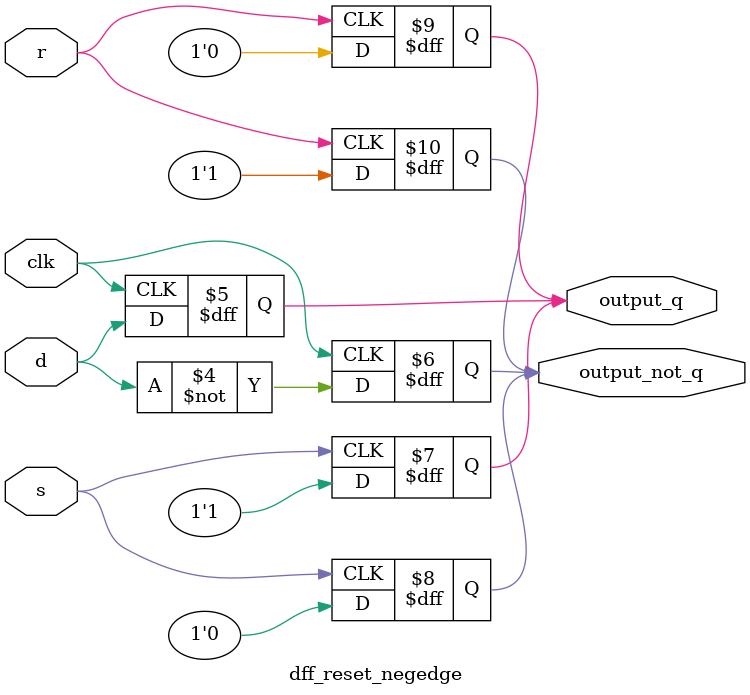
<source format=v>

`timescale 1ns / 1ns

module dff_reset_negedge (clk, s, r, d, output_q, output_not_q);
	input clk, s, r, d;
	output output_q, output_not_q;
	reg output_q, output_not_q;
	always @(negedge r) begin
		output_q = 1'b0;
		output_not_q = 1'b1;
		end
	always @(negedge s) begin
		output_q = 1'b1;
		output_not_q = 1'b0;
		end
	always @(posedge clk) begin
		output_q = d;
		output_not_q = ~d;
		end

endmodule
</source>
